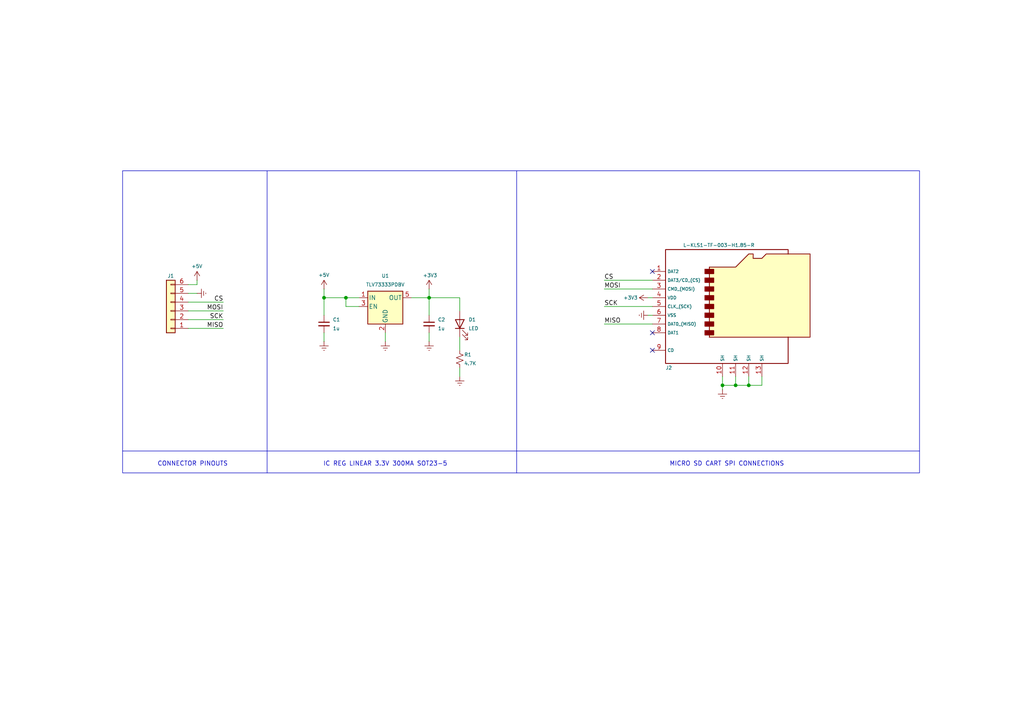
<source format=kicad_sch>
(kicad_sch (version 20231120) (generator "eeschema") (generator_version "8.0")
  (paper "A4")
  (title_block (date "2024-07-22") (comment 1 "Ali SARIALTIN") (comment 2 "BOARDOZA"))
  (lib_symbols
    (symbol "Boardoza_sym:L-KLS1-TF-003-H1.85-R"
      (property "Reference" "J3" (at 42.418 -14.732 0))
      (property "Value" "L-KLS1-TF-003-H1.85-R" (at 5.08 1.27 0))
      (symbol "L-KLS1-TF-003-H1.85-R_0_1"
        (polyline (pts (xy 35.56 -1.27) (xy 35.56 0) (xy 0 0) (xy 0 -33.02) (xy 35.56 -33.02) (xy 35.56 -25.4)) (stroke (width 0.254)))
        (polyline (pts (xy 12.7 -25.4) (xy 12.7 -5.08) (xy 20.32 -5.08) (xy 24.13 -1.27) (xy 25.4 -1.27) (xy 25.4 -2.54) (xy 27.94 -2.54) (xy 29.21 -1.27) (xy 41.91 -1.27) (xy 41.91 -25.4) (xy 12.7 -25.4)) (stroke (width 0.254)) (fill (type background)))
        (rectangle (start 11.43 -23.495) (end 13.97 -24.765) (stroke (width 0.254)) (fill (type outline)))
        (rectangle (start 11.43 -20.955) (end 13.97 -22.225) (stroke (width 0.254)) (fill (type outline)))
        (rectangle (start 11.43 -18.415) (end 13.97 -19.685) (stroke (width 0.254)) (fill (type outline)))
        (rectangle (start 11.43 -15.875) (end 13.97 -17.145) (stroke (width 0.254)) (fill (type outline)))
        (rectangle (start 11.43 -13.335) (end 13.97 -14.605) (stroke (width 0.254)) (fill (type outline)))
        (rectangle (start 11.43 -10.795) (end 13.97 -12.065) (stroke (width 0.254)) (fill (type outline)))
        (rectangle (start 11.43 -8.255) (end 13.97 -9.525) (stroke (width 0.254)) (fill (type outline)))
        (rectangle (start 11.43 -5.715) (end 13.97 -6.985) (stroke (width 0.254)) (fill (type outline)))
      )
      (symbol "L-KLS1-TF-003-H1.85-R_1_1"
        (pin bidirectional line (at -3.81 -6.35 0) (length 3.81) (name "DAT2") (number "1"))
        (pin passive line (at 16.51 -36.83 90) (length 3.81) (name "SH") (number "10"))
        (pin passive line (at 20.32 -36.83 90) (length 3.81) (name "SH") (number "11"))
        (pin passive line (at 24.13 -36.83 90) (length 3.81) (name "SH") (number "12"))
        (pin passive line (at 27.94 -36.83 90) (length 3.81) (name "SH") (number "13"))
        (pin bidirectional line (at -3.81 -8.89 0) (length 3.81) (name "DAT3/CD_(CS)") (number "2"))
        (pin input line (at -3.81 -11.43 0) (length 3.81) (name "CMD_(MOSI)") (number "3"))
        (pin power_in line (at -3.81 -13.97 0) (length 3.81) (name "VDD") (number "4"))
        (pin input line (at -3.81 -16.51 0) (length 3.81) (name "CLK_(SCK)") (number "5"))
        (pin power_in line (at -3.81 -19.05 0) (length 3.81) (name "VSS") (number "6"))
        (pin bidirectional line (at -3.81 -21.59 0) (length 3.81) (name "DAT0_(MISO)") (number "7"))
        (pin bidirectional line (at -3.81 -24.13 0) (length 3.81) (name "DAT1") (number "8"))
        (pin passive line (at -3.81 -29.21 0) (length 3.81) (name "CD") (number "9"))
      )
    )
    (symbol "Connector_Generic:Conn_01x06" (pin_names (offset 1.016) hide)
      (property "Reference" "J" (at 0 7.62 0))
      (property "Value" "Conn_01x06" (at 0 -10.16 0))
      (symbol "Conn_01x06_1_1"
        (rectangle (start -1.27 -7.493) (end 0 -7.747) (stroke (width 0.1524)))
        (rectangle (start -1.27 -4.953) (end 0 -5.207) (stroke (width 0.1524)))
        (rectangle (start -1.27 -2.413) (end 0 -2.667) (stroke (width 0.1524)))
        (rectangle (start -1.27 0.127) (end 0 -0.127) (stroke (width 0.1524)))
        (rectangle (start -1.27 2.667) (end 0 2.413) (stroke (width 0.1524)))
        (rectangle (start -1.27 5.207) (end 0 4.953) (stroke (width 0.1524)))
        (rectangle (start -1.27 6.35) (end 1.27 -8.89) (stroke (width 0.254)) (fill (type background)))
        (pin passive line (at -5.08 5.08 0) (length 3.81) (name "Pin_1") (number "1"))
        (pin passive line (at -5.08 2.54 0) (length 3.81) (name "Pin_2") (number "2"))
        (pin passive line (at -5.08 0 0) (length 3.81) (name "Pin_3") (number "3"))
        (pin passive line (at -5.08 -2.54 0) (length 3.81) (name "Pin_4") (number "4"))
        (pin passive line (at -5.08 -5.08 0) (length 3.81) (name "Pin_5") (number "5"))
        (pin passive line (at -5.08 -7.62 0) (length 3.81) (name "Pin_6") (number "6"))
      )
    )
    (symbol "Device:C_Small" (pin_numbers hide) (pin_names (offset 0.254) hide)
      (property "Reference" "C" (at 0.254 1.778 0))
      (property "Value" "C_Small" (at 0.254 -2.032 0))
      (symbol "C_Small_0_1"
        (polyline (pts (xy -1.524 -0.508) (xy 1.524 -0.508)) (stroke (width 0.3302)))
        (polyline (pts (xy -1.524 0.508) (xy 1.524 0.508)) (stroke (width 0.3048)))
      )
      (symbol "C_Small_1_1"
        (pin passive line (at 0 2.54 270) (length 2.032) (name "~") (number "1"))
        (pin passive line (at 0 -2.54 90) (length 2.032) (name "~") (number "2"))
      )
    )
    (symbol "Device:LED" (pin_numbers hide) (pin_names (offset 1.016) hide)
      (property "Reference" "D" (at 0 2.54 0))
      (property "Value" "LED" (at 0 -2.54 0))
      (symbol "LED_0_1"
        (polyline (pts (xy -1.27 -1.27) (xy -1.27 1.27)) (stroke (width 0.254)))
        (polyline (pts (xy -1.27 0) (xy 1.27 0)))
        (polyline (pts (xy 1.27 -1.27) (xy 1.27 1.27) (xy -1.27 0) (xy 1.27 -1.27)) (stroke (width 0.254)))
        (polyline (pts (xy -3.048 -0.762) (xy -4.572 -2.286) (xy -3.81 -2.286) (xy -4.572 -2.286) (xy -4.572 -1.524)))
        (polyline (pts (xy -1.778 -0.762) (xy -3.302 -2.286) (xy -2.54 -2.286) (xy -3.302 -2.286) (xy -3.302 -1.524)))
      )
      (symbol "LED_1_1"
        (pin passive line (at -3.81 0 0) (length 2.54) (name "K") (number "1"))
        (pin passive line (at 3.81 0 180) (length 2.54) (name "A") (number "2"))
      )
    )
    (symbol "Device:R_Small_US" (pin_numbers hide) (pin_names (offset 0.254) hide)
      (property "Reference" "R" (at 0.762 0.508 0))
      (property "Value" "R_Small_US" (at 0.762 -1.016 0))
      (symbol "R_Small_US_1_1"
        (polyline (pts (xy 0 0) (xy 1.016 -0.381) (xy 0 -0.762) (xy -1.016 -1.143) (xy 0 -1.524)))
        (polyline (pts (xy 0 1.524) (xy 1.016 1.143) (xy 0 0.762) (xy -1.016 0.381) (xy 0 0)))
        (pin passive line (at 0 2.54 270) (length 1.016) (name "~") (number "1"))
        (pin passive line (at 0 -2.54 90) (length 1.016) (name "~") (number "2"))
      )
    )
    (symbol "Regulator_Linear:TLV73333PDBV" (pin_names (offset 0.254))
      (property "Reference" "U" (at -3.81 5.715 0))
      (property "Value" "TLV73333PDBV" (at 0 5.715 0))
      (symbol "TLV73333PDBV_0_1"
        (rectangle (start -5.08 4.445) (end 5.08 -5.08) (stroke (width 0.254)) (fill (type background)))
      )
      (symbol "TLV73333PDBV_1_1"
        (pin power_in line (at -7.62 2.54 0) (length 2.54) (name "IN") (number "1"))
        (pin power_in line (at 0 -7.62 90) (length 2.54) (name "GND") (number "2"))
        (pin input line (at -7.62 0 0) (length 2.54) (name "EN") (number "3"))
        (pin no_connect line (at 5.08 0 180) (length 2.54) hide (name "NC") (number "4"))
        (pin power_out line (at 7.62 2.54 180) (length 2.54) (name "OUT") (number "5"))
      )
    )
    (symbol "power:+3V3" (power) (pin_numbers hide) (pin_names (offset 0) hide)
      (property "Value" "+3V3" (at 0 3.556 0))
      (symbol "+3V3_0_1"
        (polyline (pts (xy -0.762 1.27) (xy 0 2.54)))
        (polyline (pts (xy 0 0) (xy 0 2.54)))
        (polyline (pts (xy 0 2.54) (xy 0.762 1.27)))
      )
      (symbol "+3V3_1_1"
        (pin power_in line (at 0 0 90) (length 0) (name "~") (number "1"))
      )
    )
    (symbol "power:+5V" (power) (pin_numbers hide) (pin_names (offset 0) hide)
      (property "Value" "+5V" (at 0 3.556 0))
      (symbol "+5V_0_1"
        (polyline (pts (xy -0.762 1.27) (xy 0 2.54)))
        (polyline (pts (xy 0 0) (xy 0 2.54)))
        (polyline (pts (xy 0 2.54) (xy 0.762 1.27)))
      )
      (symbol "+5V_1_1"
        (pin power_in line (at 0 0 90) (length 0) (name "~") (number "1"))
      )
    )
    (symbol "power:Earth" (power) (pin_numbers hide) (pin_names (offset 0) hide)
      (property "Value" "Earth" (at 0 -3.81 0))
      (symbol "Earth_0_1"
        (polyline (pts (xy -0.635 -1.905) (xy 0.635 -1.905)))
        (polyline (pts (xy -0.127 -2.54) (xy 0.127 -2.54)))
        (polyline (pts (xy 0 -1.27) (xy 0 0)))
        (polyline (pts (xy 1.27 -1.27) (xy -1.27 -1.27)))
      )
      (symbol "Earth_1_1"
        (pin power_in line (at 0 0 270) (length 0) (name "~") (number "1"))
      )
    )
  )
  (junction (at 93.98 86.36))
  (junction (at 217.17 111.76))
  (junction (at 213.36 111.76))
  (junction (at 124.46 86.36))
  (junction (at 100.33 86.36))
  (junction (at 209.55 111.76))
  (no_connect (at 189.23 96.52))
  (no_connect (at 189.23 78.74))
  (no_connect (at 189.23 101.6))
  (wire (pts (xy 187.96 86.36) (xy 189.23 86.36)))
  (wire (pts (xy 104.14 88.9) (xy 100.33 88.9)))
  (wire (pts (xy 220.98 111.76) (xy 217.17 111.76)))
  (wire (pts (xy 54.61 85.09) (xy 57.15 85.09)))
  (wire (pts (xy 93.98 96.52) (xy 93.98 99.06)))
  (polyline (pts (xy 35.56 130.81) (xy 266.7 130.81)))
  (polyline (pts (xy 149.86 49.53) (xy 149.86 137.16)))
  (wire (pts (xy 100.33 86.36) (xy 93.98 86.36)))
  (wire (pts (xy 54.61 95.25) (xy 64.77 95.25)))
  (wire (pts (xy 213.36 109.22) (xy 213.36 111.76)))
  (wire (pts (xy 187.96 91.44) (xy 189.23 91.44)))
  (polyline (pts (xy 77.47 49.53) (xy 77.47 137.16)))
  (wire (pts (xy 54.61 90.17) (xy 64.77 90.17)))
  (wire (pts (xy 213.36 111.76) (xy 217.17 111.76)))
  (wire (pts (xy 175.26 81.28) (xy 189.23 81.28)))
  (wire (pts (xy 213.36 111.76) (xy 209.55 111.76)))
  (wire (pts (xy 133.35 86.36) (xy 124.46 86.36)))
  (wire (pts (xy 175.26 93.98) (xy 189.23 93.98)))
  (wire (pts (xy 209.55 109.22) (xy 209.55 111.76)))
  (wire (pts (xy 100.33 88.9) (xy 100.33 86.36)))
  (wire (pts (xy 111.76 96.52) (xy 111.76 99.06)))
  (wire (pts (xy 220.98 109.22) (xy 220.98 111.76)))
  (wire (pts (xy 175.26 88.9) (xy 189.23 88.9)))
  (wire (pts (xy 93.98 83.82) (xy 93.98 86.36)))
  (wire (pts (xy 57.15 81.28) (xy 57.15 82.55)))
  (wire (pts (xy 54.61 92.71) (xy 64.77 92.71)))
  (wire (pts (xy 217.17 109.22) (xy 217.17 111.76)))
  (wire (pts (xy 209.55 111.76) (xy 209.55 113.03)))
  (wire (pts (xy 124.46 96.52) (xy 124.46 99.06)))
  (wire (pts (xy 119.38 86.36) (xy 124.46 86.36)))
  (wire (pts (xy 124.46 86.36) (xy 124.46 91.44)))
  (wire (pts (xy 104.14 86.36) (xy 100.33 86.36)))
  (wire (pts (xy 57.15 82.55) (xy 54.61 82.55)))
  (wire (pts (xy 124.46 83.82) (xy 124.46 86.36)))
  (wire (pts (xy 133.35 90.17) (xy 133.35 86.36)))
  (wire (pts (xy 133.35 106.68) (xy 133.35 109.22)))
  (wire (pts (xy 175.26 83.82) (xy 189.23 83.82)))
  (wire (pts (xy 54.61 87.63) (xy 64.77 87.63)))
  (wire (pts (xy 133.35 97.79) (xy 133.35 101.6)))
  (wire (pts (xy 93.98 86.36) (xy 93.98 91.44)))
  (rectangle (start 35.56 49.53) (end 266.7 137.16))
  (text "CONNECTOR PINOUTS" (at 55.88 134.62 0) (effects (font (size 1.27 1.27))))
  (text "IC REG LINEAR 3.3V 300MA SOT23-5\n" (at 111.76 134.62 0) (effects (font (size 1.27 1.27))))
  (text "MICRO SD CART SPI CONNECTIONS" (at 210.82 134.62 0) (effects (font (size 1.27 1.27))))
  (label "MISO" (at 64.77 95.25 180))
  (label "SCK" (at 175.26 88.9 0))
  (label "MOSI" (at 175.26 83.82 0))
  (label "SCK" (at 64.77 92.71 180))
  (label "CS" (at 64.77 87.63 180))
  (label "MOSI" (at 64.77 90.17 180))
  (label "CS" (at 175.26 81.28 0))
  (label "MISO" (at 175.26 93.98 0))
  (symbol (lib_id "power:Earth") (at 57.15 85.09 90) (unit 1)
    (property "Reference" "#PWR09" (effects (hide yes)))
    (property "Value" "Earth" (effects (hide yes)))
    (property "Description" "Power symbol creates a global label with name \"Earth\"" (effects (hide yes)))
  )
  (symbol (lib_id "power:+5V") (at 93.98 83.82 0) (unit 1)
    (property "Reference" "#PWR03" (effects (hide yes)))
    (property "Value" "+5V" (at 93.9502 79.7699 0) (effects (font (size 1 1))))
    (property "Description" "Power symbol creates a global label with name \"+5V\"" (effects (hide yes)))
  )
  (symbol (lib_id "Boardoza_sym:L-KLS1-TF-003-H1.85-R") (at 193.04 72.39 0) (unit 1)
    (property "Reference" "J2" (at 193.04 106.68 0) (effects (font (size 1 1)) (justify left)))
    (property "Value" "L-KLS1-TF-003-H1.85-R" (at 198.12 71.12 0) (effects (font (size 1 1)) (justify left)))
    (property "Footprint" "Boardoza:L-KLS1-TF-003-H1.85-R" (effects (hide yes)))
    (property "MPN" "L-KLS1-TF-003-H1.85-R" (effects (hide yes)))
  )
  (symbol (lib_id "power:+3V3") (at 187.96 86.36 90) (mirror x) (unit 1)
    (property "Reference" "#PWR012" (effects (hide yes)))
    (property "Value" "+3V3" (at 182.88 86.36 90) (effects (font (size 1 1))))
    (property "Description" "Power symbol creates a global label with name \"+3V3\"" (effects (hide yes)))
  )
  (symbol (lib_id "Regulator_Linear:TLV73333PDBV") (at 111.76 88.9 0) (unit 1)
    (property "Reference" "U1" (at 111.76 80.01 0) (effects (font (size 1 1))))
    (property "Value" "TLV73333PDBV" (at 111.76 82.55 0) (effects (font (size 1 1))))
    (property "Footprint" "Package_TO_SOT_SMD:SOT-23-5" (effects (hide yes)))
    (property "Datasheet" "http://www.ti.com/lit/ds/symlink/tlv733p.pdf" (effects (hide yes)))
    (property "Description" "300mA Capacitor-Free Low Dropout Voltage Regulator, Fixed Output 3.3V, SOT-23-5" (effects (hide yes)))
    (property "MPN" "TLV73333PDBVR" (effects (hide yes)))
  )
  (symbol (lib_id "power:Earth") (at 187.96 91.44 270) (unit 1)
    (property "Reference" "#PWR010" (effects (hide yes)))
    (property "Value" "Earth" (effects (hide yes)))
    (property "Description" "Power symbol creates a global label with name \"Earth\"" (effects (hide yes)))
  )
  (symbol (lib_id "power:Earth") (at 111.76 99.06 0) (unit 1)
    (property "Reference" "#PWR05" (effects (hide yes)))
    (property "Value" "Earth" (effects (hide yes)))
    (property "Description" "Power symbol creates a global label with name \"Earth\"" (effects (hide yes)))
  )
  (symbol (lib_id "Device:LED") (at 133.35 93.98 90) (unit 1)
    (property "Reference" "D1" (at 135.89 92.71 90) (effects (font (size 1 1)) (justify right)))
    (property "Value" "LED" (at 135.89 95.25 90) (effects (font (size 1 1)) (justify right)))
    (property "Footprint" "LED_SMD:LED_0603_1608Metric" (effects (hide yes)))
    (property "Description" "Light emitting diode" (effects (hide yes)))
    (property "MPN" "LTST-C190KRKT   " (effects (hide yes)))
  )
  (symbol (lib_id "power:Earth") (at 209.55 113.03 0) (unit 1)
    (property "Reference" "#PWR011" (effects (hide yes)))
    (property "Value" "Earth" (effects (hide yes)))
    (property "Description" "Power symbol creates a global label with name \"Earth\"" (effects (hide yes)))
  )
  (symbol (lib_id "Device:C_Small") (at 124.46 93.98 0) (unit 1)
    (property "Reference" "C2" (at 127 92.7162 0) (effects (font (size 1 1)) (justify left)))
    (property "Value" "1u" (at 127 95.2562 0) (effects (font (size 1 1)) (justify left)))
    (property "Footprint" "Capacitor_SMD:C_0603_1608Metric" (effects (hide yes)))
    (property "Description" "Unpolarized capacitor, small symbol" (effects (hide yes)))
    (property "MPN" "CL10B105KA8NNNC " (effects (hide yes)))
  )
  (symbol (lib_id "Device:R_Small_US") (at 133.35 104.14 0) (unit 1)
    (property "Reference" "R1" (at 134.62 102.87 0) (effects (font (size 1 1)) (justify left)))
    (property "Value" "4.7K" (at 134.62 105.41 0) (effects (font (size 1 1)) (justify left)))
    (property "Footprint" "Resistor_SMD:R_0603_1608Metric" (effects (hide yes)))
    (property "Description" "Resistor, small US symbol" (effects (hide yes)))
    (property "MPN" "0603SAJ0472T5E" (effects (hide yes)))
  )
  (symbol (lib_id "Connector_Generic:Conn_01x06") (at 49.53 90.17 180) (unit 1)
    (property "Reference" "J1" (at 49.53 80.01 0) (effects (font (size 1 1))))
    (property "Value" "Conn_01x06" (effects (hide yes)))
    (property "Footprint" "Boardoza:2317-06S_1x06_P2.50mm_Vertical" (effects (hide yes)))
    (property "Description" "Generic connector, single row, 01x06, script generated (kicad-library-utils/schlib/autogen/connector/)" (effects (hide yes)))
    (property "MPN" "2317-06S" (effects (hide yes)))
  )
  (symbol (lib_id "power:+3V3") (at 124.46 83.82 0) (mirror y) (unit 1)
    (property "Reference" "#PWR06" (effects (hide yes)))
    (property "Value" "+3V3" (at 124.7265 79.8665 0) (effects (font (size 1 1))))
    (property "Description" "Power symbol creates a global label with name \"+3V3\"" (effects (hide yes)))
  )
  (symbol (lib_id "power:+5V") (at 57.15 81.28 0) (unit 1)
    (property "Reference" "#PWR013" (effects (hide yes)))
    (property "Value" "+5V" (at 57.1202 77.2299 0) (effects (font (size 1 1))))
    (property "Description" "Power symbol creates a global label with name \"+5V\"" (effects (hide yes)))
  )
  (symbol (lib_id "Device:C_Small") (at 93.98 93.98 0) (unit 1)
    (property "Reference" "C1" (at 96.52 92.7162 0) (effects (font (size 1 1)) (justify left)))
    (property "Value" "1u" (at 96.52 95.2562 0) (effects (font (size 1 1)) (justify left)))
    (property "Footprint" "Capacitor_SMD:C_0603_1608Metric" (effects (hide yes)))
    (property "Description" "Unpolarized capacitor, small symbol" (effects (hide yes)))
    (property "MPN" "CL10B105KA8NNNC " (effects (hide yes)))
  )
  (symbol (lib_id "power:Earth") (at 124.46 99.06 0) (unit 1)
    (property "Reference" "#PWR07" (effects (hide yes)))
    (property "Value" "Earth" (effects (hide yes)))
    (property "Description" "Power symbol creates a global label with name \"Earth\"" (effects (hide yes)))
  )
  (symbol (lib_id "power:Earth") (at 133.35 109.22 0) (unit 1)
    (property "Reference" "#PWR08" (effects (hide yes)))
    (property "Value" "Earth" (effects (hide yes)))
    (property "Description" "Power symbol creates a global label with name \"Earth\"" (effects (hide yes)))
  )
  (symbol (lib_id "power:Earth") (at 93.98 99.06 0) (unit 1)
    (property "Reference" "#PWR04" (effects (hide yes)))
    (property "Value" "Earth" (effects (hide yes)))
    (property "Description" "Power symbol creates a global label with name \"Earth\"" (effects (hide yes)))
  )
)
</source>
